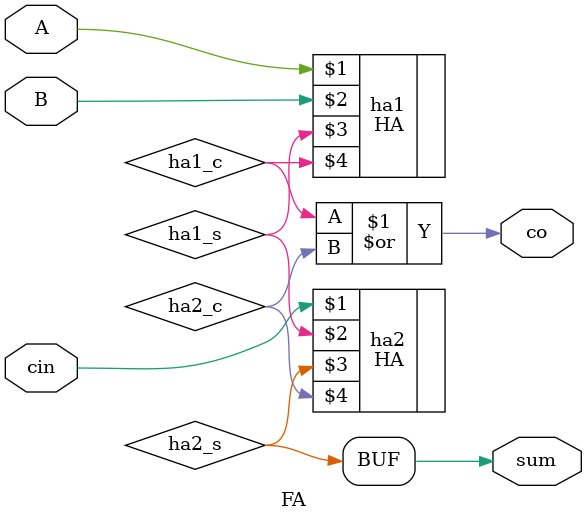
<source format=v>
`timescale 1ns / 1ps
module FA(
		A,
		B,
		cin,
		sum,
		co
    );
	input A,
			B,
			cin;
	output sum,
			 co;
	
	wire ha1_s, // HA1 sum
		  ha1_c, // HA1 carry
		  ha2_s, // HA2 sum
		  ha2_c; // HA2 carry
		  
	HA ha1(A, B, ha1_s, ha1_c);
	HA ha2(cin, ha1_s, ha2_s, ha2_c);
	
	assign sum = ha2_s,
			 co = ha1_c | ha2_c;

endmodule

</source>
